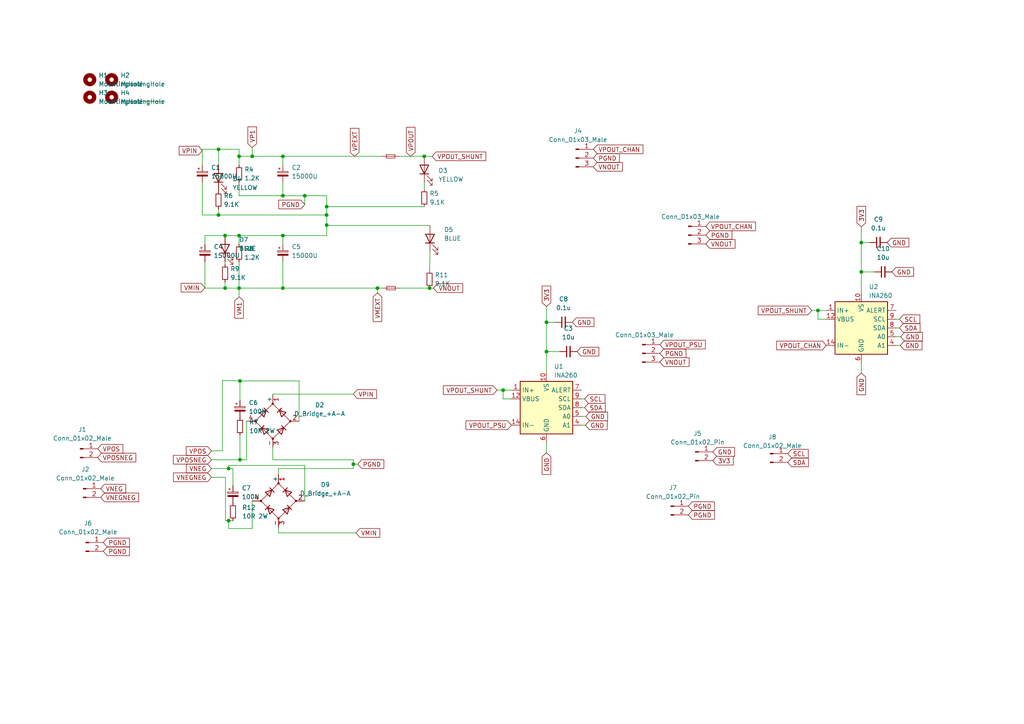
<source format=kicad_sch>
(kicad_sch (version 20231120) (generator "eeschema") (generator_version "8.0")
  (paper "A4")
  (lib_symbols
    (symbol "Connector:Conn_01x02_Male" (pin_names (offset 1.016) hide)
      (property "Reference" "J" (at 0 2.54 0))
      (property "Value" "Conn_01x02_Male" (at 0 -5.08 0))
      (symbol "Conn_01x02_Male_1_1"
        (polyline (pts (xy 1.27 -2.54) (xy 0.8636 -2.54)) (stroke (width 0.1524)))
        (polyline (pts (xy 1.27 0) (xy 0.8636 0)) (stroke (width 0.1524)))
        (rectangle (start 0.8636 -2.413) (end 0 -2.667) (stroke (width 0.1524)) (fill (type outline)))
        (rectangle (start 0.8636 0.127) (end 0 -0.127) (stroke (width 0.1524)) (fill (type outline)))
        (pin passive line (at 5.08 0 180) (length 3.81) (name "Pin_1") (number "1"))
        (pin passive line (at 5.08 -2.54 180) (length 3.81) (name "Pin_2") (number "2"))
      )
    )
    (symbol "Connector:Conn_01x02_Pin" (pin_names (offset 1.016) hide)
      (property "Reference" "J" (at 0 2.54 0))
      (property "Value" "Conn_01x02_Pin" (at 0 -5.08 0))
      (symbol "Conn_01x02_Pin_1_1"
        (polyline (pts (xy 1.27 -2.54) (xy 0.8636 -2.54)) (stroke (width 0.1524)))
        (polyline (pts (xy 1.27 0) (xy 0.8636 0)) (stroke (width 0.1524)))
        (rectangle (start 0.8636 -2.413) (end 0 -2.667) (stroke (width 0.1524)) (fill (type outline)))
        (rectangle (start 0.8636 0.127) (end 0 -0.127) (stroke (width 0.1524)) (fill (type outline)))
        (pin passive line (at 5.08 0 180) (length 3.81) (name "Pin_1") (number "1"))
        (pin passive line (at 5.08 -2.54 180) (length 3.81) (name "Pin_2") (number "2"))
      )
    )
    (symbol "Connector:Conn_01x03_Male" (pin_names (offset 1.016) hide)
      (property "Reference" "J" (at 0 5.08 0))
      (property "Value" "Conn_01x03_Male" (at 0 -5.08 0))
      (symbol "Conn_01x03_Male_1_1"
        (polyline (pts (xy 1.27 -2.54) (xy 0.8636 -2.54)) (stroke (width 0.1524)))
        (polyline (pts (xy 1.27 0) (xy 0.8636 0)) (stroke (width 0.1524)))
        (polyline (pts (xy 1.27 2.54) (xy 0.8636 2.54)) (stroke (width 0.1524)))
        (rectangle (start 0.8636 -2.413) (end 0 -2.667) (stroke (width 0.1524)) (fill (type outline)))
        (rectangle (start 0.8636 0.127) (end 0 -0.127) (stroke (width 0.1524)) (fill (type outline)))
        (rectangle (start 0.8636 2.667) (end 0 2.413) (stroke (width 0.1524)) (fill (type outline)))
        (pin passive line (at 5.08 2.54 180) (length 3.81) (name "Pin_1") (number "1"))
        (pin passive line (at 5.08 0 180) (length 3.81) (name "Pin_2") (number "2"))
        (pin passive line (at 5.08 -2.54 180) (length 3.81) (name "Pin_3") (number "3"))
      )
    )
    (symbol "Device:C_Polarized_Small" (pin_numbers hide) (pin_names (offset 0.254) hide)
      (property "Reference" "C" (at 0.254 1.778 0))
      (property "Value" "C_Polarized_Small" (at 0.254 -2.032 0))
      (symbol "C_Polarized_Small_0_1"
        (rectangle (start -1.524 -0.3048) (end 1.524 -0.6858) (fill (type outline)))
        (rectangle (start -1.524 0.6858) (end 1.524 0.3048))
        (polyline (pts (xy -1.27 1.524) (xy -0.762 1.524)))
        (polyline (pts (xy -1.016 1.27) (xy -1.016 1.778)))
      )
      (symbol "C_Polarized_Small_1_1"
        (pin passive line (at 0 2.54 270) (length 1.8542) (name "~") (number "1"))
        (pin passive line (at 0 -2.54 90) (length 1.8542) (name "~") (number "2"))
      )
    )
    (symbol "Device:C_Small" (pin_numbers hide) (pin_names (offset 0.254) hide)
      (property "Reference" "C" (at 0.254 1.778 0))
      (property "Value" "C_Small" (at 0.254 -2.032 0))
      (symbol "C_Small_0_1"
        (polyline (pts (xy -1.524 -0.508) (xy 1.524 -0.508)) (stroke (width 0.3302)))
        (polyline (pts (xy -1.524 0.508) (xy 1.524 0.508)) (stroke (width 0.3048)))
      )
      (symbol "C_Small_1_1"
        (pin passive line (at 0 2.54 270) (length 2.032) (name "~") (number "1"))
        (pin passive line (at 0 -2.54 90) (length 2.032) (name "~") (number "2"))
      )
    )
    (symbol "Device:D_Bridge_+A-A" (pin_names (offset 0))
      (property "Reference" "D" (at 2.54 6.985 0))
      (property "Value" "D_Bridge_+A-A" (at 2.54 5.08 0))
      (symbol "D_Bridge_+A-A_0_1"
        (circle (center -5.08 0) (radius 0.254) (fill (type outline)))
        (circle (center 0 -5.08) (radius 0.254) (fill (type outline)))
        (polyline (pts (xy -2.54 3.81) (xy -1.27 2.54)) (stroke (width 0.254)))
        (polyline (pts (xy -1.27 -2.54) (xy -2.54 -3.81)) (stroke (width 0.254)))
        (polyline (pts (xy 2.54 -1.27) (xy 3.81 -2.54)) (stroke (width 0.254)))
        (polyline (pts (xy 2.54 1.27) (xy 3.81 2.54)) (stroke (width 0.254)))
        (polyline (pts (xy -3.81 2.54) (xy -2.54 1.27) (xy -1.905 3.175) (xy -3.81 2.54)) (stroke (width 0.254)))
        (polyline (pts (xy -2.54 -1.27) (xy -3.81 -2.54) (xy -1.905 -3.175) (xy -2.54 -1.27)) (stroke (width 0.254)))
        (polyline (pts (xy 1.27 2.54) (xy 2.54 3.81) (xy 3.175 1.905) (xy 1.27 2.54)) (stroke (width 0.254)))
        (polyline (pts (xy 3.175 -1.905) (xy 1.27 -2.54) (xy 2.54 -3.81) (xy 3.175 -1.905)) (stroke (width 0.254)))
        (polyline (pts (xy -5.08 0) (xy 0 -5.08) (xy 5.08 0) (xy 0 5.08) (xy -5.08 0)))
        (circle (center 0 5.08) (radius 0.254) (fill (type outline)))
        (circle (center 5.08 0) (radius 0.254) (fill (type outline)))
      )
      (symbol "D_Bridge_+A-A_1_1"
        (pin passive line (at 7.62 0 180) (length 2.54) (name "+") (number "1"))
        (pin passive line (at 0 -7.62 90) (length 2.54) (name "~") (number "2"))
        (pin passive line (at -7.62 0 0) (length 2.54) (name "-") (number "3"))
        (pin passive line (at 0 7.62 270) (length 2.54) (name "~") (number "4"))
      )
    )
    (symbol "Device:Fuse_Small" (pin_numbers hide) (pin_names (offset 0.254) hide)
      (property "Reference" "F" (at 0 -1.524 0))
      (property "Value" "Fuse_Small" (at 0 1.524 0))
      (symbol "Fuse_Small_0_1"
        (rectangle (start -1.27 0.508) (end 1.27 -0.508))
        (polyline (pts (xy -1.27 0) (xy 1.27 0)))
      )
      (symbol "Fuse_Small_1_1"
        (pin passive line (at -2.54 0 0) (length 1.27) (name "~") (number "1"))
        (pin passive line (at 2.54 0 180) (length 1.27) (name "~") (number "2"))
      )
    )
    (symbol "Device:LED" (pin_numbers hide) (pin_names (offset 1.016) hide)
      (property "Reference" "D" (at 0 2.54 0))
      (property "Value" "LED" (at 0 -2.54 0))
      (symbol "LED_0_1"
        (polyline (pts (xy -1.27 -1.27) (xy -1.27 1.27)) (stroke (width 0.254)))
        (polyline (pts (xy -1.27 0) (xy 1.27 0)))
        (polyline (pts (xy 1.27 -1.27) (xy 1.27 1.27) (xy -1.27 0) (xy 1.27 -1.27)) (stroke (width 0.254)))
        (polyline (pts (xy -3.048 -0.762) (xy -4.572 -2.286) (xy -3.81 -2.286) (xy -4.572 -2.286) (xy -4.572 -1.524)))
        (polyline (pts (xy -1.778 -0.762) (xy -3.302 -2.286) (xy -2.54 -2.286) (xy -3.302 -2.286) (xy -3.302 -1.524)))
      )
      (symbol "LED_1_1"
        (pin passive line (at -3.81 0 0) (length 2.54) (name "K") (number "1"))
        (pin passive line (at 3.81 0 180) (length 2.54) (name "A") (number "2"))
      )
    )
    (symbol "Device:R_Small" (pin_numbers hide) (pin_names (offset 0.254) hide)
      (property "Reference" "R" (at 0.762 0.508 0))
      (property "Value" "R_Small" (at 0.762 -1.016 0))
      (symbol "R_Small_0_1"
        (rectangle (start -0.762 1.778) (end 0.762 -1.778) (stroke (width 0.2032)))
      )
      (symbol "R_Small_1_1"
        (pin passive line (at 0 2.54 270) (length 0.762) (name "~") (number "1"))
        (pin passive line (at 0 -2.54 90) (length 0.762) (name "~") (number "2"))
      )
    )
    (symbol "Mechanical:MountingHole" (pin_names (offset 1.016))
      (property "Reference" "H" (at 0 5.08 0))
      (property "Value" "MountingHole" (at 0 3.175 0))
      (symbol "MountingHole_0_1"
        (circle (center 0 0) (radius 1.27) (stroke (width 1.27)))
      )
    )
    (symbol "Sensor:INA260"
      (property "Reference" "U" (at -6.35 8.89 0))
      (property "Value" "INA260" (at 2.54 8.89 0))
      (symbol "INA260_0_1"
        (rectangle (start -7.62 7.62) (end 7.62 -7.62) (stroke (width 0.254)) (fill (type background)))
      )
      (symbol "INA260_1_1"
        (pin passive line (at -10.16 5.08 0) (length 2.54) (name "IN+") (number "1"))
        (pin power_in line (at 0 10.16 270) (length 2.54) (name "VS") (number "10"))
        (pin passive line (at 0 -10.16 90) (length 2.54) hide (name "GND") (number "11"))
        (pin passive line (at -10.16 2.54 0) (length 2.54) (name "VBUS") (number "12"))
        (pin no_connect line (at 2.54 -7.62 90) (length 2.54) hide (name "NC") (number "13"))
        (pin passive line (at -10.16 -5.08 0) (length 2.54) (name "IN-") (number "14"))
        (pin passive line (at -10.16 -5.08 0) (length 2.54) hide (name "IN-") (number "15"))
        (pin passive line (at -10.16 -5.08 0) (length 2.54) hide (name "IN-") (number "16"))
        (pin passive line (at -10.16 5.08 0) (length 2.54) hide (name "IN+") (number "2"))
        (pin passive line (at -10.16 5.08 0) (length 2.54) hide (name "IN+") (number "3"))
        (pin input line (at 10.16 -5.08 180) (length 2.54) (name "A1") (number "4"))
        (pin input line (at 10.16 -2.54 180) (length 2.54) (name "A0") (number "5"))
        (pin power_in line (at 0 -10.16 90) (length 2.54) (name "GND") (number "6"))
        (pin open_collector line (at 10.16 5.08 180) (length 2.54) (name "ALERT") (number "7"))
        (pin bidirectional line (at 10.16 0 180) (length 2.54) (name "SDA") (number "8"))
        (pin input line (at 10.16 2.54 180) (length 2.54) (name "SCL") (number "9"))
      )
    )
  )
  (junction (at 65.278 68.326))
  (junction (at 69.342 68.326))
  (junction (at 123.063 45.339))
  (junction (at 94.742 65.278))
  (junction (at 69.342 45.339))
  (junction (at 66.294 135.89))
  (junction (at 94.742 62.357))
  (junction (at 82.042 83.566))
  (junction (at 88.392 56.769))
  (junction (at 73.152 45.339))
  (junction (at 82.042 45.339))
  (junction (at 63.373 43.307))
  (junction (at 109.474 83.566))
  (junction (at 66.294 151.003))
  (junction (at 82.042 68.326))
  (junction (at 82.042 56.769))
  (junction (at 65.278 83.566))
  (junction (at 249.809 78.867))
  (junction (at 69.342 83.566))
  (junction (at 158.496 93.472))
  (junction (at 102.489 134.62))
  (junction (at 145.923 113.157))
  (junction (at 249.809 70.358))
  (junction (at 158.496 101.981))
  (junction (at 69.596 110.49))
  (junction (at 237.236 90.043))
  (junction (at 124.587 83.566))
  (junction (at 94.742 59.944))
  (junction (at 63.373 62.357))
  (junction (at 69.596 133.35))
  (wire (pts (xy 59.436 68.326) (xy 65.278 68.326)))
  (wire (pts (xy 67.564 151.003) (xy 66.294 151.003)))
  (wire (pts (xy 65.278 68.326) (xy 69.342 68.326)))
  (wire (pts (xy 80.772 135.89) (xy 102.489 135.89)))
  (wire (pts (xy 94.742 56.769) (xy 94.742 59.944)))
  (wire (pts (xy 69.342 45.339) (xy 69.342 47.879)))
  (wire (pts (xy 69.596 110.49) (xy 64.516 110.363)))
  (wire (pts (xy 82.042 68.326) (xy 94.742 68.326)))
  (wire (pts (xy 69.342 68.326) (xy 82.042 68.326)))
  (wire (pts (xy 65.278 83.566) (xy 69.342 83.566)))
  (wire (pts (xy 158.496 88.9) (xy 158.496 93.472)))
  (wire (pts (xy 69.342 83.566) (xy 69.342 86.106)))
  (wire (pts (xy 237.236 92.583) (xy 239.649 92.583)))
  (wire (pts (xy 102.489 134.62) (xy 102.489 135.89)))
  (wire (pts (xy 80.772 135.89) (xy 80.772 137.668)))
  (wire (pts (xy 58.674 43.307) (xy 58.674 47.879)))
  (wire (pts (xy 169.926 120.777) (xy 168.656 120.777)))
  (wire (pts (xy 61.341 133.35) (xy 69.596 133.35)))
  (wire (pts (xy 64.516 130.683) (xy 61.341 130.81)))
  (wire (pts (xy 66.294 135.89) (xy 67.564 135.89)))
  (wire (pts (xy 73.152 153.289) (xy 66.294 153.289)))
  (wire (pts (xy 64.516 110.363) (xy 64.516 130.683)))
  (wire (pts (xy 63.373 47.752) (xy 63.373 43.307)))
  (wire (pts (xy 94.615 65.405) (xy 94.615 65.278)))
  (wire (pts (xy 79.121 114.554) (xy 79.121 114.3)))
  (wire (pts (xy 102.489 134.62) (xy 103.759 134.62)))
  (wire (pts (xy 73.152 145.288) (xy 73.152 153.289)))
  (wire (pts (xy 123.063 45.339) (xy 125.349 45.339)))
  (wire (pts (xy 88.392 56.769) (xy 94.742 56.769)))
  (wire (pts (xy 249.809 70.358) (xy 249.809 78.867)))
  (wire (pts (xy 249.809 65.786) (xy 249.809 70.358)))
  (wire (pts (xy 58.674 43.307) (xy 63.373 43.307)))
  (wire (pts (xy 124.714 73.025) (xy 124.587 78.486)))
  (wire (pts (xy 82.042 56.769) (xy 82.042 52.959)))
  (wire (pts (xy 158.496 101.981) (xy 162.306 101.981)))
  (wire (pts (xy 63.373 55.499) (xy 63.373 55.372)))
  (wire (pts (xy 260.858 92.583) (xy 259.969 92.583)))
  (wire (pts (xy 235.458 90.043) (xy 237.236 90.043)))
  (wire (pts (xy 73.152 45.339) (xy 82.042 45.339)))
  (wire (pts (xy 145.923 113.157) (xy 145.923 115.697)))
  (wire (pts (xy 80.772 154.559) (xy 103.251 154.559)))
  (wire (pts (xy 80.772 154.559) (xy 80.772 152.908)))
  (wire (pts (xy 169.545 118.237) (xy 168.656 118.237)))
  (wire (pts (xy 82.042 83.566) (xy 109.474 83.566)))
  (wire (pts (xy 158.496 131.318) (xy 158.496 128.397)))
  (wire (pts (xy 69.596 110.49) (xy 69.596 116.078)))
  (wire (pts (xy 69.342 56.769) (xy 82.042 56.769)))
  (wire (pts (xy 82.042 45.339) (xy 110.744 45.339)))
  (wire (pts (xy 109.474 83.566) (xy 110.871 83.566)))
  (wire (pts (xy 115.951 83.566) (xy 124.587 83.566)))
  (wire (pts (xy 88.392 135.001) (xy 66.294 135.001)))
  (wire (pts (xy 58.674 52.959) (xy 58.674 62.357)))
  (wire (pts (xy 59.436 83.566) (xy 65.278 83.566)))
  (wire (pts (xy 66.294 151.003) (xy 65.405 151.003)))
  (wire (pts (xy 158.496 93.472) (xy 160.909 93.472)))
  (wire (pts (xy 169.799 123.317) (xy 168.656 123.317)))
  (wire (pts (xy 123.063 54.864) (xy 123.063 52.959)))
  (wire (pts (xy 58.674 62.357) (xy 63.373 62.357)))
  (wire (pts (xy 86.741 110.49) (xy 86.741 122.174)))
  (wire (pts (xy 261.112 100.203) (xy 259.969 100.203)))
  (wire (pts (xy 94.742 59.944) (xy 94.742 62.357)))
  (wire (pts (xy 63.373 43.307) (xy 69.342 43.307)))
  (wire (pts (xy 260.858 95.123) (xy 259.969 95.123)))
  (wire (pts (xy 145.923 113.157) (xy 148.336 113.157)))
  (wire (pts (xy 69.342 75.946) (xy 69.342 83.566)))
  (wire (pts (xy 65.278 75.946) (xy 65.278 76.708)))
  (wire (pts (xy 82.042 56.769) (xy 88.392 56.769)))
  (wire (pts (xy 94.742 62.357) (xy 94.742 65.278)))
  (wire (pts (xy 79.121 114.3) (xy 102.489 114.3)))
  (wire (pts (xy 249.809 108.204) (xy 249.809 105.283)))
  (wire (pts (xy 69.342 83.566) (xy 82.042 83.566)))
  (wire (pts (xy 82.042 68.326) (xy 82.042 70.866)))
  (wire (pts (xy 88.392 56.769) (xy 88.392 59.309)))
  (wire (pts (xy 46.99 29.464) (xy 41.91 29.337)))
  (wire (pts (xy 237.236 90.043) (xy 239.649 90.043)))
  (wire (pts (xy 69.596 126.238) (xy 69.596 133.35)))
  (wire (pts (xy 249.809 70.358) (xy 252.222 70.358)))
  (wire (pts (xy 61.341 138.43) (xy 65.405 138.43)))
  (wire (pts (xy 249.809 78.867) (xy 253.619 78.867)))
  (wire (pts (xy 63.373 60.579) (xy 63.373 62.357)))
  (wire (pts (xy 115.824 45.339) (xy 123.063 45.339)))
  (wire (pts (xy 65.278 81.788) (xy 65.278 83.566)))
  (wire (pts (xy 124.587 83.566) (xy 125.73 83.566)))
  (wire (pts (xy 79.121 129.794) (xy 79.121 133.35)))
  (wire (pts (xy 67.564 135.89) (xy 67.564 140.843)))
  (wire (pts (xy 145.923 115.697) (xy 148.336 115.697)))
  (wire (pts (xy 59.436 70.866) (xy 59.436 68.326)))
  (wire (pts (xy 66.294 135.001) (xy 66.294 135.89)))
  (wire (pts (xy 69.342 52.959) (xy 69.342 56.769)))
  (wire (pts (xy 79.121 133.35) (xy 102.489 133.35)))
  (wire (pts (xy 69.342 43.307) (xy 69.342 45.339)))
  (wire (pts (xy 94.742 65.278) (xy 94.742 68.326)))
  (wire (pts (xy 86.741 110.49) (xy 69.596 110.49)))
  (wire (pts (xy 82.042 45.339) (xy 82.042 47.879)))
  (wire (pts (xy 94.742 59.944) (xy 123.063 59.944)))
  (wire (pts (xy 109.474 83.566) (xy 109.474 84.963)))
  (wire (pts (xy 71.501 122.174) (xy 71.501 133.35)))
  (wire (pts (xy 158.496 93.472) (xy 158.496 101.981)))
  (wire (pts (xy 73.152 42.799) (xy 73.152 45.339)))
  (wire (pts (xy 65.405 151.003) (xy 65.405 138.43)))
  (wire (pts (xy 82.042 75.946) (xy 82.042 83.566)))
  (wire (pts (xy 102.489 133.35) (xy 102.489 134.62)))
  (wire (pts (xy 169.545 115.697) (xy 168.656 115.697)))
  (wire (pts (xy 144.145 113.157) (xy 145.923 113.157)))
  (wire (pts (xy 66.294 151.003) (xy 66.294 153.289)))
  (wire (pts (xy 158.496 101.981) (xy 158.496 108.077)))
  (wire (pts (xy 69.342 68.326) (xy 69.342 70.866)))
  (wire (pts (xy 63.373 62.357) (xy 94.742 62.357)))
  (wire (pts (xy 88.392 135.001) (xy 88.392 145.288)))
  (wire (pts (xy 94.615 65.278) (xy 94.742 65.278)))
  (wire (pts (xy 61.341 135.89) (xy 66.294 135.89)))
  (wire (pts (xy 94.615 65.405) (xy 124.714 65.405)))
  (wire (pts (xy 59.436 75.946) (xy 59.436 83.566)))
  (wire (pts (xy 249.809 78.867) (xy 249.809 84.963)))
  (wire (pts (xy 69.342 45.339) (xy 73.152 45.339)))
  (wire (pts (xy 237.236 90.043) (xy 237.236 92.583)))
  (wire (pts (xy 69.596 133.35) (xy 71.501 133.35)))
  (wire (pts (xy 261.239 97.663) (xy 259.969 97.663)))
  (global_label "VMEXT" (shape input) (at 109.474 84.963 270) (property "Intersheetrefs" "${INTERSHEET_REFS}" (effects (hide yes))))
  (global_label "VPOUT_PSU" (shape input) (at 148.336 123.317 180) (property "Intersheetrefs" "${INTERSHEET_REFS}" (effects (hide yes))))
  (global_label "VPOSNEG" (shape input) (at 28.321 132.715 0) (property "Intersheetrefs" "${INTERSHEET_REFS}" (effects (hide yes))))
  (global_label "GND" (shape input) (at 261.112 100.203 0) (property "Intersheetrefs" "${INTERSHEET_REFS}" (effects (hide yes))))
  (global_label "VMIN" (shape input) (at 59.436 83.439 180) (property "Intersheetrefs" "${INTERSHEET_REFS}" (effects (hide yes))))
  (global_label "PGND" (shape input) (at 29.972 157.353 0) (property "Intersheetrefs" "${INTERSHEET_REFS}" (effects (hide yes))))
  (global_label "VPOUT" (shape input) (at 119.126 45.339 90) (property "Intersheetrefs" "${INTERSHEET_REFS}" (effects (hide yes))))
  (global_label "VP1" (shape input) (at 73.152 42.799 90) (property "Intersheetrefs" "${INTERSHEET_REFS}" (effects (hide yes))))
  (global_label "SCL" (shape input) (at 228.473 131.572 0) (property "Intersheetrefs" "${INTERSHEET_REFS}" (effects (hide yes))))
  (global_label "GND" (shape input) (at 206.756 131.064 0) (property "Intersheetrefs" "${INTERSHEET_REFS}" (effects (hide yes))))
  (global_label "PGND" (shape input) (at 103.759 134.62 0) (property "Intersheetrefs" "${INTERSHEET_REFS}" (effects (hide yes))))
  (global_label "PGND" (shape input) (at 199.644 149.352 0) (property "Intersheetrefs" "${INTERSHEET_REFS}" (effects (hide yes))))
  (global_label "GND" (shape input) (at 249.809 108.204 270) (property "Intersheetrefs" "${INTERSHEET_REFS}" (effects (hide yes))))
  (global_label "VNEGNEG" (shape input) (at 61.341 138.43 180) (property "Intersheetrefs" "${INTERSHEET_REFS}" (effects (hide yes))))
  (global_label "GND" (shape input) (at 257.302 70.358 0) (property "Intersheetrefs" "${INTERSHEET_REFS}" (effects (hide yes))))
  (global_label "VPOUT_SHUNT" (shape input) (at 235.458 90.043 180) (property "Intersheetrefs" "${INTERSHEET_REFS}" (effects (hide yes))))
  (global_label "VPIN" (shape input) (at 102.489 114.3 0) (property "Intersheetrefs" "${INTERSHEET_REFS}" (effects (hide yes))))
  (global_label "SCL" (shape input) (at 169.545 115.697 0) (property "Intersheetrefs" "${INTERSHEET_REFS}" (effects (hide yes))))
  (global_label "VNOUT" (shape input) (at 125.73 83.566 0) (property "Intersheetrefs" "${INTERSHEET_REFS}" (effects (hide yes))))
  (global_label "3V3" (shape input) (at 206.756 133.604 0) (property "Intersheetrefs" "${INTERSHEET_REFS}" (effects (hide yes))))
  (global_label "VPOUT_CHAN" (shape input) (at 239.649 100.203 180) (property "Intersheetrefs" "${INTERSHEET_REFS}" (effects (hide yes))))
  (global_label "SDA" (shape input) (at 260.858 95.123 0) (property "Intersheetrefs" "${INTERSHEET_REFS}" (effects (hide yes))))
  (global_label "VPOUT_SHUNT" (shape input) (at 144.145 113.157 180) (property "Intersheetrefs" "${INTERSHEET_REFS}" (effects (hide yes))))
  (global_label "VPEXT" (shape input) (at 102.87 45.339 90) (property "Intersheetrefs" "${INTERSHEET_REFS}" (effects (hide yes))))
  (global_label "VM1" (shape input) (at 69.342 86.106 270) (property "Intersheetrefs" "${INTERSHEET_REFS}" (effects (hide yes))))
  (global_label "VPIN" (shape input) (at 58.674 43.688 180) (property "Intersheetrefs" "${INTERSHEET_REFS}" (effects (hide yes))))
  (global_label "PGND" (shape input) (at 204.724 68.199 0) (property "Intersheetrefs" "${INTERSHEET_REFS}" (effects (hide yes))))
  (global_label "VPOUT_CHAN" (shape input) (at 204.724 65.659 0) (property "Intersheetrefs" "${INTERSHEET_REFS}" (effects (hide yes))))
  (global_label "SDA" (shape input) (at 228.473 134.112 0) (property "Intersheetrefs" "${INTERSHEET_REFS}" (effects (hide yes))))
  (global_label "VPOUT_PSU" (shape input) (at 191.389 99.949 0) (property "Intersheetrefs" "${INTERSHEET_REFS}" (effects (hide yes))))
  (global_label "PGND" (shape input) (at 172.085 45.847 0) (property "Intersheetrefs" "${INTERSHEET_REFS}" (effects (hide yes))))
  (global_label "GND" (shape input) (at 165.989 93.472 0) (property "Intersheetrefs" "${INTERSHEET_REFS}" (effects (hide yes))))
  (global_label "VNOUT" (shape input) (at 191.389 105.029 0) (property "Intersheetrefs" "${INTERSHEET_REFS}" (effects (hide yes))))
  (global_label "GND" (shape input) (at 169.799 123.317 0) (property "Intersheetrefs" "${INTERSHEET_REFS}" (effects (hide yes))))
  (global_label "3V3" (shape input) (at 158.496 88.9 90) (property "Intersheetrefs" "${INTERSHEET_REFS}" (effects (hide yes))))
  (global_label "PGND" (shape input) (at 29.972 159.893 0) (property "Intersheetrefs" "${INTERSHEET_REFS}" (effects (hide yes))))
  (global_label "3V3" (shape input) (at 249.809 65.786 90) (property "Intersheetrefs" "${INTERSHEET_REFS}" (effects (hide yes))))
  (global_label "VNEG" (shape input) (at 29.21 141.732 0) (property "Intersheetrefs" "${INTERSHEET_REFS}" (effects (hide yes))))
  (global_label "VPOUT_CHAN" (shape input) (at 172.085 43.307 0) (property "Intersheetrefs" "${INTERSHEET_REFS}" (effects (hide yes))))
  (global_label "SCL" (shape input) (at 260.858 92.583 0) (property "Intersheetrefs" "${INTERSHEET_REFS}" (effects (hide yes))))
  (global_label "GND" (shape input) (at 258.699 78.867 0) (property "Intersheetrefs" "${INTERSHEET_REFS}" (effects (hide yes))))
  (global_label "GND" (shape input) (at 167.386 101.981 0) (property "Intersheetrefs" "${INTERSHEET_REFS}" (effects (hide yes))))
  (global_label "VPOS" (shape input) (at 28.321 130.175 0) (property "Intersheetrefs" "${INTERSHEET_REFS}" (effects (hide yes))))
  (global_label "VNOUT" (shape input) (at 172.085 48.387 0) (property "Intersheetrefs" "${INTERSHEET_REFS}" (effects (hide yes))))
  (global_label "PGND" (shape input) (at 191.389 102.489 0) (property "Intersheetrefs" "${INTERSHEET_REFS}" (effects (hide yes))))
  (global_label "VNOUT" (shape input) (at 204.724 70.739 0) (property "Intersheetrefs" "${INTERSHEET_REFS}" (effects (hide yes))))
  (global_label "PGND" (shape input) (at 199.644 146.812 0) (property "Intersheetrefs" "${INTERSHEET_REFS}" (effects (hide yes))))
  (global_label "SDA" (shape input) (at 169.545 118.237 0) (property "Intersheetrefs" "${INTERSHEET_REFS}" (effects (hide yes))))
  (global_label "VNEGNEG" (shape input) (at 29.21 144.272 0) (property "Intersheetrefs" "${INTERSHEET_REFS}" (effects (hide yes))))
  (global_label "GND" (shape input) (at 261.239 97.663 0) (property "Intersheetrefs" "${INTERSHEET_REFS}" (effects (hide yes))))
  (global_label "VNEG" (shape input) (at 61.341 135.89 180) (property "Intersheetrefs" "${INTERSHEET_REFS}" (effects (hide yes))))
  (global_label "GND" (shape input) (at 158.496 131.318 270) (property "Intersheetrefs" "${INTERSHEET_REFS}" (effects (hide yes))))
  (global_label "VPOSNEG" (shape input) (at 61.341 133.35 180) (property "Intersheetrefs" "${INTERSHEET_REFS}" (effects (hide yes))))
  (global_label "VMIN" (shape input) (at 103.251 154.559 0) (property "Intersheetrefs" "${INTERSHEET_REFS}" (effects (hide yes))))
  (global_label "PGND" (shape input) (at 88.392 59.309 180) (property "Intersheetrefs" "${INTERSHEET_REFS}" (effects (hide yes))))
  (global_label "GND" (shape input) (at 169.926 120.777 0) (property "Intersheetrefs" "${INTERSHEET_REFS}" (effects (hide yes))))
  (global_label "VPOUT_SHUNT" (shape input) (at 125.349 45.339 0) (property "Intersheetrefs" "${INTERSHEET_REFS}" (effects (hide yes))))
  (global_label "VPOS" (shape input) (at 61.341 130.81 180) (property "Intersheetrefs" "${INTERSHEET_REFS}" (effects (hide yes))))
  (symbol (lib_id "Device:C_Polarized_Small") (at 82.042 73.406 0) (unit 1)
    (property "Reference" "C5" (at 84.582 71.5898 0) (effects (justify left)))
    (property "Value" "15000U" (at 84.582 74.1298 0) (effects (justify left)))
    (property "Footprint" "Capacitor_THT:CP_Radial_D30.0mm_P10.00mm_SnapIn" (effects (hide yes)))
  )
  (symbol (lib_id "Device:R_Small") (at 123.063 57.404 0) (unit 1)
    (property "Reference" "R5" (at 124.587 56.1339 0) (effects (justify left)))
    (property "Value" "9.1K" (at 124.587 58.6739 0) (effects (justify left)))
    (property "Footprint" "Resistor_SMD:R_0805_2012Metric_Pad1.20x1.40mm_HandSolder" (effects (hide yes)))
  )
  (symbol (lib_id "Mechanical:MountingHole") (at 26.035 28.194 0) (unit 1)
    (property "Reference" "H3" (at 28.575 26.9239 0) (effects (justify left)))
    (property "Value" "MountingHole" (at 28.575 29.4639 0) (effects (justify left)))
    (property "Footprint" "MountingHole:MountingHole_3mm" (effects (hide yes)))
  )
  (symbol (lib_id "Device:C_Small") (at 163.449 93.472 90) (unit 1)
    (property "Reference" "C8" (at 163.4553 86.741 90))
    (property "Value" "0.1u" (at 163.4553 89.281 90))
    (property "Footprint" "Capacitor_SMD:C_0805_2012Metric_Pad1.18x1.45mm_HandSolder" (effects (hide yes)))
  )
  (symbol (lib_id "Mechanical:MountingHole") (at 26.035 23.114 0) (unit 1)
    (property "Reference" "H1" (at 28.575 21.8439 0) (effects (justify left)))
    (property "Value" "MountingHole" (at 28.575 24.3839 0) (effects (justify left)))
    (property "Footprint" "MountingHole:MountingHole_3mm" (effects (hide yes)))
  )
  (symbol (lib_id "Device:C_Polarized_Small") (at 58.674 50.419 0) (unit 1)
    (property "Reference" "C1" (at 61.214 48.6028 0) (effects (justify left)))
    (property "Value" "15000U" (at 61.214 51.1428 0) (effects (justify left)))
    (property "Footprint" "Capacitor_THT:CP_Radial_D30.0mm_P10.00mm_SnapIn" (effects (hide yes)))
  )
  (symbol (lib_id "Device:C_Small") (at 164.846 101.981 90) (unit 1)
    (property "Reference" "C3" (at 164.8523 95.25 90))
    (property "Value" "10u" (at 164.8523 97.79 90))
    (property "Footprint" "Capacitor_SMD:C_1206_3216Metric_Pad1.33x1.80mm_HandSolder" (effects (hide yes)))
  )
  (symbol (lib_id "Device:C_Polarized_Small") (at 59.436 73.406 0) (unit 1)
    (property "Reference" "C4" (at 61.976 71.5898 0) (effects (justify left)))
    (property "Value" "15000U" (at 61.976 74.1298 0) (effects (justify left)))
    (property "Footprint" "Capacitor_THT:CP_Radial_D30.0mm_P10.00mm_SnapIn" (effects (hide yes)))
  )
  (symbol (lib_id "Device:R_Small") (at 69.596 123.698 0) (unit 1)
    (property "Reference" "R7" (at 72.263 122.4279 0) (effects (justify left)))
    (property "Value" "10R 2W" (at 72.263 124.9679 0) (effects (justify left)))
    (property "Footprint" "Resistor_THT:R_Axial_DIN0411_L9.9mm_D3.6mm_P15.24mm_Horizontal" (effects (hide yes)))
  )
  (symbol (lib_id "Connector:Conn_01x02_Male") (at 24.892 157.353 0) (unit 1)
    (property "Reference" "J6" (at 25.527 151.765 0))
    (property "Value" "Conn_01x02_Male" (at 25.527 154.305 0))
    (property "Footprint" "Connector_JST:JST_VH_B2P-VH-B_1x02_P3.96mm_Vertical" (effects (hide yes)))
  )
  (symbol (lib_id "Connector:Conn_01x03_Male") (at 199.644 68.199 0) (unit 1)
    (property "Reference" "J10" (effects (hide yes)))
    (property "Value" "Conn_01x03_Male" (at 200.279 62.865 0))
    (property "Footprint" "Connector_JST:JST_VH_B3P-VH_1x03_P3.96mm_Vertical" (effects (hide yes)))
  )
  (symbol (lib_id "Connector:Conn_01x03_Male") (at 186.309 102.489 0) (unit 1)
    (property "Reference" "J3" (effects (hide yes)))
    (property "Value" "Conn_01x03_Male" (at 186.944 97.155 0))
    (property "Footprint" "Connector_JST:JST_VH_B3P-VH_1x03_P3.96mm_Vertical" (effects (hide yes)))
  )
  (symbol (lib_id "Device:Fuse_Small") (at 113.411 83.566 0) (unit 1)
    (property "Reference" "F2" (effects (hide yes)))
    (property "Value" "Fuse_Small" (effects (hide yes)))
    (property "Footprint" "Components:Aliexpress Fuse 5x20" (effects (hide yes)))
  )
  (symbol (lib_id "Device:D_Bridge_+A-A") (at 79.121 122.174 90) (unit 1)
    (property "Reference" "D2" (at 92.71 117.475 90))
    (property "Value" "D_Bridge_+A-A" (at 92.71 120.015 90))
    (property "Footprint" "Diode_SMD:Diode_Bridge_Vishay_DFS" (effects (hide yes)))
  )
  (symbol (lib_id "Device:D_Bridge_+A-A") (at 80.772 145.288 90) (unit 1)
    (property "Reference" "D9" (at 94.361 140.589 90))
    (property "Value" "D_Bridge_+A-A" (at 94.361 143.129 90))
    (property "Footprint" "Diode_SMD:Diode_Bridge_Vishay_DFS" (effects (hide yes)))
  )
  (symbol (lib_id "Connector:Conn_01x02_Pin") (at 194.564 146.812 0) (unit 1)
    (property "Reference" "J7" (at 195.199 141.478 0))
    (property "Value" "Conn_01x02_Pin" (at 195.199 144.018 0))
    (property "Footprint" "Connector_JST:JST_PH_B2B-PH-K_1x02_P2.00mm_Vertical" (effects (hide yes)))
  )
  (symbol (lib_id "Device:R_Small") (at 124.587 81.026 0) (unit 1)
    (property "Reference" "R11" (at 126.111 79.7559 0) (effects (justify left)))
    (property "Value" "9.1K" (at 126.111 82.2959 0) (effects (justify left)))
    (property "Footprint" "Resistor_SMD:R_0805_2012Metric_Pad1.20x1.40mm_HandSolder" (effects (hide yes)))
  )
  (symbol (lib_id "Device:C_Polarized_Small") (at 82.042 50.419 0) (unit 1)
    (property "Reference" "C2" (at 84.582 48.6028 0) (effects (justify left)))
    (property "Value" "15000U" (at 84.582 51.1428 0) (effects (justify left)))
    (property "Footprint" "Capacitor_THT:CP_Radial_D30.0mm_P10.00mm_SnapIn" (effects (hide yes)))
  )
  (symbol (lib_id "Device:LED") (at 123.063 49.149 90) (unit 1)
    (property "Reference" "D3" (at 127.127 49.4664 90) (effects (justify right)))
    (property "Value" "YELLOW" (at 127.127 52.0064 90) (effects (justify right)))
    (property "Footprint" "LED_SMD:LED_0805_2012Metric_Pad1.15x1.40mm_HandSolder" (effects (hide yes)))
  )
  (symbol (lib_id "Device:R_Small") (at 69.342 50.419 0) (unit 1)
    (property "Reference" "R4" (at 70.866 49.1489 0) (effects (justify left)))
    (property "Value" "1.2K" (at 70.866 51.6889 0) (effects (justify left)))
    (property "Footprint" "Resistor_THT:R_Axial_DIN0414_L11.9mm_D4.5mm_P15.24mm_Horizontal" (effects (hide yes)))
  )
  (symbol (lib_id "Device:R_Small") (at 63.373 58.039 0) (unit 1)
    (property "Reference" "R6" (at 64.897 56.7689 0) (effects (justify left)))
    (property "Value" "9.1K" (at 64.897 59.3089 0) (effects (justify left)))
    (property "Footprint" "Resistor_SMD:R_0805_2012Metric_Pad1.20x1.40mm_HandSolder" (effects (hide yes)))
  )
  (symbol (lib_id "Device:LED") (at 63.373 51.562 90) (unit 1)
    (property "Reference" "D4" (at 67.437 51.8794 90) (effects (justify right)))
    (property "Value" "YELLOW" (at 67.437 54.4194 90) (effects (justify right)))
    (property "Footprint" "LED_SMD:LED_0805_2012Metric_Pad1.15x1.40mm_HandSolder" (effects (hide yes)))
  )
  (symbol (lib_id "Device:R_Small") (at 67.564 148.463 0) (unit 1)
    (property "Reference" "R12" (at 70.231 147.1929 0) (effects (justify left)))
    (property "Value" "10R 2W" (at 70.231 149.7329 0) (effects (justify left)))
    (property "Footprint" "Resistor_THT:R_Axial_DIN0411_L9.9mm_D3.6mm_P15.24mm_Horizontal" (effects (hide yes)))
  )
  (symbol (lib_id "Connector:Conn_01x02_Pin") (at 201.676 131.064 0) (unit 1)
    (property "Reference" "J5" (at 202.311 125.73 0))
    (property "Value" "Conn_01x02_Pin" (at 202.311 128.27 0))
    (property "Footprint" "Connector_JST:JST_PH_B2B-PH-K_1x02_P2.00mm_Vertical" (effects (hide yes)))
  )
  (symbol (lib_id "Device:C_Polarized_Small") (at 69.596 118.618 0) (unit 1)
    (property "Reference" "C6" (at 72.136 116.8018 0) (effects (justify left)))
    (property "Value" "100N" (at 72.136 119.3418 0) (effects (justify left)))
    (property "Footprint" "Capacitor_THT:C_Rect_L13.0mm_W6.0mm_P10.00mm_FKS3_FKP3_MKS4" (effects (hide yes)))
  )
  (symbol (lib_id "Mechanical:MountingHole") (at 32.385 28.194 0) (unit 1)
    (property "Reference" "H4" (at 34.925 26.9239 0) (effects (justify left)))
    (property "Value" "MountingHole" (at 34.925 29.4639 0) (effects (justify left)))
    (property "Footprint" "MountingHole:MountingHole_3.2mm_M3" (effects (hide yes)))
  )
  (symbol (lib_id "Device:C_Polarized_Small") (at 67.564 143.383 0) (unit 1)
    (property "Reference" "C7" (at 70.104 141.5668 0) (effects (justify left)))
    (property "Value" "100N" (at 70.104 144.1068 0) (effects (justify left)))
    (property "Footprint" "Capacitor_THT:C_Rect_L13.0mm_W6.0mm_P10.00mm_FKS3_FKP3_MKS4" (effects (hide yes)))
  )
  (symbol (lib_id "Connector:Conn_01x02_Male") (at 223.393 131.572 0) (unit 1)
    (property "Reference" "J8" (at 224.028 126.746 0))
    (property "Value" "Conn_01x02_Male" (at 224.028 129.286 0))
    (property "Footprint" "Connector_JST:JST_PH_B2B-PH-K_1x02_P2.00mm_Vertical" (effects (hide yes)))
  )
  (symbol (lib_id "Sensor:INA260") (at 249.809 95.123 0) (unit 1)
    (property "Reference" "U2" (at 252.0031 83.185 0) (effects (justify left)))
    (property "Value" "INA260" (at 252.0031 85.725 0) (effects (justify left)))
    (property "Footprint" "Package_SO:TSSOP-16_4.4x5mm_P0.65mm" (effects (hide yes)))
    (property "Datasheet" "http://www.ti.com/lit/ds/symlink/ina260.pdf" (effects (hide yes)))
  )
  (symbol (lib_id "Device:R_Small") (at 69.342 73.406 0) (unit 1)
    (property "Reference" "R8" (at 70.866 72.1359 0) (effects (justify left)))
    (property "Value" "1.2K" (at 70.866 74.6759 0) (effects (justify left)))
    (property "Footprint" "Resistor_THT:R_Axial_DIN0414_L11.9mm_D4.5mm_P15.24mm_Horizontal" (effects (hide yes)))
  )
  (symbol (lib_id "Connector:Conn_01x02_Male") (at 24.13 141.732 0) (unit 1)
    (property "Reference" "J2" (at 24.765 136.144 0))
    (property "Value" "Conn_01x02_Male" (at 24.765 138.684 0))
    (property "Footprint" "Connector_JST:JST_VH_B2P-VH-B_1x02_P3.96mm_Vertical" (effects (hide yes)))
  )
  (symbol (lib_id "Mechanical:MountingHole") (at 32.385 23.114 0) (unit 1)
    (property "Reference" "H2" (at 34.925 21.8439 0) (effects (justify left)))
    (property "Value" "MountingHole" (at 34.925 24.3839 0) (effects (justify left)))
    (property "Footprint" "MountingHole:MountingHole_3.2mm_M3" (effects (hide yes)))
  )
  (symbol (lib_id "Device:LED") (at 124.714 69.215 90) (unit 1)
    (property "Reference" "D5" (at 128.778 66.6114 90) (effects (justify right)))
    (property "Value" "BLUE" (at 128.778 69.1514 90) (effects (justify right)))
    (property "Footprint" "LED_SMD:LED_0805_2012Metric_Pad1.15x1.40mm_HandSolder" (effects (hide yes)))
  )
  (symbol (lib_id "Device:R_Small") (at 65.278 79.248 0) (unit 1)
    (property "Reference" "R9" (at 66.802 77.9779 0) (effects (justify left)))
    (property "Value" "9.1K" (at 66.802 80.5179 0) (effects (justify left)))
    (property "Footprint" "Resistor_SMD:R_0805_2012Metric_Pad1.20x1.40mm_HandSolder" (effects (hide yes)))
  )
  (symbol (lib_id "Device:C_Small") (at 256.159 78.867 90) (unit 1)
    (property "Reference" "C10" (at 256.1653 72.136 90))
    (property "Value" "10u" (at 256.1653 74.676 90))
    (property "Footprint" "Capacitor_SMD:C_1206_3216Metric_Pad1.33x1.80mm_HandSolder" (effects (hide yes)))
  )
  (symbol (lib_id "Device:C_Small") (at 254.762 70.358 90) (unit 1)
    (property "Reference" "C9" (at 254.7683 63.627 90))
    (property "Value" "0.1u" (at 254.7683 66.167 90))
    (property "Footprint" "Capacitor_SMD:C_0805_2012Metric_Pad1.18x1.45mm_HandSolder" (effects (hide yes)))
  )
  (symbol (lib_id "Device:Fuse_Small") (at 113.284 45.339 0) (unit 1)
    (property "Reference" "F1" (effects (hide yes)))
    (property "Value" "Fuse_Small" (effects (hide yes)))
    (property "Footprint" "Components:Aliexpress Fuse 5x20" (effects (hide yes)))
  )
  (symbol (lib_id "Connector:Conn_01x03_Male") (at 167.005 45.847 0) (unit 1)
    (property "Reference" "J4" (at 167.64 37.973 0))
    (property "Value" "Conn_01x03_Male" (at 167.64 40.513 0))
    (property "Footprint" "Connector_JST:JST_VH_B3P-VH_1x03_P3.96mm_Vertical" (effects (hide yes)))
  )
  (symbol (lib_id "Connector:Conn_01x02_Male") (at 23.241 130.175 0) (unit 1)
    (property "Reference" "J1" (at 23.876 124.587 0))
    (property "Value" "Conn_01x02_Male" (at 23.876 127.127 0))
    (property "Footprint" "Connector_JST:JST_VH_B2P-VH-B_1x02_P3.96mm_Vertical" (effects (hide yes)))
  )
  (symbol (lib_id "Device:LED") (at 65.278 72.136 90) (unit 1)
    (property "Reference" "D7" (at 69.342 69.5324 90) (effects (justify right)))
    (property "Value" "BLUE" (at 69.342 72.0724 90) (effects (justify right)))
    (property "Footprint" "LED_SMD:LED_0805_2012Metric_Pad1.15x1.40mm_HandSolder" (effects (hide yes)))
  )
  (symbol (lib_id "Sensor:INA260") (at 158.496 118.237 0) (unit 1)
    (property "Reference" "U1" (at 160.6901 106.299 0) (effects (justify left)))
    (property "Value" "INA260" (at 160.6901 108.839 0) (effects (justify left)))
    (property "Footprint" "Package_SO:TSSOP-16_4.4x5mm_P0.65mm" (effects (hide yes)))
    (property "Datasheet" "http://www.ti.com/lit/ds/symlink/ina260.pdf" (effects (hide yes)))
  )
)
</source>
